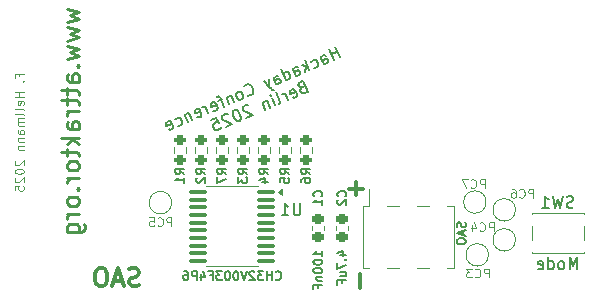
<source format=gbr>
%TF.GenerationSoftware,KiCad,Pcbnew,8.0.7*%
%TF.CreationDate,2025-01-17T18:48:29+01:00*%
%TF.ProjectId,SAO_Attraktor,53414f5f-4174-4747-9261-6b746f722e6b,rev?*%
%TF.SameCoordinates,Original*%
%TF.FileFunction,Legend,Bot*%
%TF.FilePolarity,Positive*%
%FSLAX46Y46*%
G04 Gerber Fmt 4.6, Leading zero omitted, Abs format (unit mm)*
G04 Created by KiCad (PCBNEW 8.0.7) date 2025-01-17 18:48:29*
%MOMM*%
%LPD*%
G01*
G04 APERTURE LIST*
G04 Aperture macros list*
%AMRoundRect*
0 Rectangle with rounded corners*
0 $1 Rounding radius*
0 $2 $3 $4 $5 $6 $7 $8 $9 X,Y pos of 4 corners*
0 Add a 4 corners polygon primitive as box body*
4,1,4,$2,$3,$4,$5,$6,$7,$8,$9,$2,$3,0*
0 Add four circle primitives for the rounded corners*
1,1,$1+$1,$2,$3*
1,1,$1+$1,$4,$5*
1,1,$1+$1,$6,$7*
1,1,$1+$1,$8,$9*
0 Add four rect primitives between the rounded corners*
20,1,$1+$1,$2,$3,$4,$5,0*
20,1,$1+$1,$4,$5,$6,$7,0*
20,1,$1+$1,$6,$7,$8,$9,0*
20,1,$1+$1,$8,$9,$2,$3,0*%
G04 Aperture macros list end*
%ADD10C,0.300000*%
%ADD11C,0.200000*%
%ADD12C,0.250000*%
%ADD13C,0.100000*%
%ADD14C,0.150000*%
%ADD15C,0.120000*%
%ADD16C,1.500000*%
%ADD17RoundRect,0.200000X0.275000X-0.200000X0.275000X0.200000X-0.275000X0.200000X-0.275000X-0.200000X0*%
%ADD18R,1.000000X3.150000*%
%ADD19R,1.050000X0.650000*%
%ADD20RoundRect,0.225000X-0.250000X0.225000X-0.250000X-0.225000X0.250000X-0.225000X0.250000X0.225000X0*%
%ADD21RoundRect,0.100000X0.637500X0.100000X-0.637500X0.100000X-0.637500X-0.100000X0.637500X-0.100000X0*%
G04 APERTURE END LIST*
D10*
X129615717Y-115604200D02*
X129401432Y-115675628D01*
X129401432Y-115675628D02*
X129044289Y-115675628D01*
X129044289Y-115675628D02*
X128901432Y-115604200D01*
X128901432Y-115604200D02*
X128830003Y-115532771D01*
X128830003Y-115532771D02*
X128758574Y-115389914D01*
X128758574Y-115389914D02*
X128758574Y-115247057D01*
X128758574Y-115247057D02*
X128830003Y-115104200D01*
X128830003Y-115104200D02*
X128901432Y-115032771D01*
X128901432Y-115032771D02*
X129044289Y-114961342D01*
X129044289Y-114961342D02*
X129330003Y-114889914D01*
X129330003Y-114889914D02*
X129472860Y-114818485D01*
X129472860Y-114818485D02*
X129544289Y-114747057D01*
X129544289Y-114747057D02*
X129615717Y-114604200D01*
X129615717Y-114604200D02*
X129615717Y-114461342D01*
X129615717Y-114461342D02*
X129544289Y-114318485D01*
X129544289Y-114318485D02*
X129472860Y-114247057D01*
X129472860Y-114247057D02*
X129330003Y-114175628D01*
X129330003Y-114175628D02*
X128972860Y-114175628D01*
X128972860Y-114175628D02*
X128758574Y-114247057D01*
X128187146Y-115247057D02*
X127472861Y-115247057D01*
X128330003Y-115675628D02*
X127830003Y-114175628D01*
X127830003Y-114175628D02*
X127330003Y-115675628D01*
X126544289Y-114175628D02*
X126258575Y-114175628D01*
X126258575Y-114175628D02*
X126115718Y-114247057D01*
X126115718Y-114247057D02*
X125972861Y-114389914D01*
X125972861Y-114389914D02*
X125901432Y-114675628D01*
X125901432Y-114675628D02*
X125901432Y-115175628D01*
X125901432Y-115175628D02*
X125972861Y-115461342D01*
X125972861Y-115461342D02*
X126115718Y-115604200D01*
X126115718Y-115604200D02*
X126258575Y-115675628D01*
X126258575Y-115675628D02*
X126544289Y-115675628D01*
X126544289Y-115675628D02*
X126687147Y-115604200D01*
X126687147Y-115604200D02*
X126830004Y-115461342D01*
X126830004Y-115461342D02*
X126901432Y-115175628D01*
X126901432Y-115175628D02*
X126901432Y-114675628D01*
X126901432Y-114675628D02*
X126830004Y-114389914D01*
X126830004Y-114389914D02*
X126687147Y-114247057D01*
X126687147Y-114247057D02*
X126544289Y-114175628D01*
D11*
X146607202Y-96316182D02*
X146216471Y-95395677D01*
X146402533Y-95834013D02*
X145876530Y-96057288D01*
X146081199Y-96539457D02*
X145690468Y-95618952D01*
X145248361Y-96892976D02*
X145043693Y-96410807D01*
X145043693Y-96410807D02*
X145050314Y-96304533D01*
X145050314Y-96304533D02*
X145119375Y-96223487D01*
X145119375Y-96223487D02*
X145294709Y-96149062D01*
X145294709Y-96149062D02*
X145400982Y-96155683D01*
X145229755Y-96849142D02*
X145336028Y-96855763D01*
X145336028Y-96855763D02*
X145555196Y-96762732D01*
X145555196Y-96762732D02*
X145624257Y-96681686D01*
X145624257Y-96681686D02*
X145630878Y-96575413D01*
X145630878Y-96575413D02*
X145593666Y-96487746D01*
X145593666Y-96487746D02*
X145512620Y-96418685D01*
X145512620Y-96418685D02*
X145406346Y-96412064D01*
X145406346Y-96412064D02*
X145187179Y-96505095D01*
X145187179Y-96505095D02*
X145080905Y-96498474D01*
X144396917Y-97202661D02*
X144503191Y-97209282D01*
X144503191Y-97209282D02*
X144678525Y-97134857D01*
X144678525Y-97134857D02*
X144747586Y-97053811D01*
X144747586Y-97053811D02*
X144772813Y-96991371D01*
X144772813Y-96991371D02*
X144779434Y-96885098D01*
X144779434Y-96885098D02*
X144667797Y-96622096D01*
X144667797Y-96622096D02*
X144586751Y-96553036D01*
X144586751Y-96553036D02*
X144524311Y-96527808D01*
X144524311Y-96527808D02*
X144418038Y-96521187D01*
X144418038Y-96521187D02*
X144242703Y-96595612D01*
X144242703Y-96595612D02*
X144173642Y-96676658D01*
X144021021Y-97413951D02*
X143630290Y-96493446D01*
X143784504Y-97100495D02*
X143670353Y-97562801D01*
X143409865Y-96949131D02*
X143909384Y-97150949D01*
X142881348Y-97897713D02*
X142676680Y-97415544D01*
X142676680Y-97415544D02*
X142683301Y-97309271D01*
X142683301Y-97309271D02*
X142752362Y-97228225D01*
X142752362Y-97228225D02*
X142927696Y-97153800D01*
X142927696Y-97153800D02*
X143033969Y-97160421D01*
X142862742Y-97853880D02*
X142969016Y-97860501D01*
X142969016Y-97860501D02*
X143188183Y-97767470D01*
X143188183Y-97767470D02*
X143257244Y-97686423D01*
X143257244Y-97686423D02*
X143263865Y-97580150D01*
X143263865Y-97580150D02*
X143226653Y-97492483D01*
X143226653Y-97492483D02*
X143145607Y-97423422D01*
X143145607Y-97423422D02*
X143039333Y-97416801D01*
X143039333Y-97416801D02*
X142820166Y-97509832D01*
X142820166Y-97509832D02*
X142713892Y-97503211D01*
X142048511Y-98251232D02*
X141657780Y-97330727D01*
X142029904Y-98207398D02*
X142136178Y-98214019D01*
X142136178Y-98214019D02*
X142311512Y-98139594D01*
X142311512Y-98139594D02*
X142380573Y-98058548D01*
X142380573Y-98058548D02*
X142405800Y-97996109D01*
X142405800Y-97996109D02*
X142412421Y-97889835D01*
X142412421Y-97889835D02*
X142300784Y-97626834D01*
X142300784Y-97626834D02*
X142219738Y-97557773D01*
X142219738Y-97557773D02*
X142157298Y-97532546D01*
X142157298Y-97532546D02*
X142051025Y-97525925D01*
X142051025Y-97525925D02*
X141875690Y-97600350D01*
X141875690Y-97600350D02*
X141806629Y-97681396D01*
X141215673Y-98604751D02*
X141011004Y-98122581D01*
X141011004Y-98122581D02*
X141017625Y-98016308D01*
X141017625Y-98016308D02*
X141086686Y-97935262D01*
X141086686Y-97935262D02*
X141262020Y-97860837D01*
X141262020Y-97860837D02*
X141368294Y-97867458D01*
X141197067Y-98560917D02*
X141303340Y-98567538D01*
X141303340Y-98567538D02*
X141522508Y-98474507D01*
X141522508Y-98474507D02*
X141591569Y-98393461D01*
X141591569Y-98393461D02*
X141598190Y-98287187D01*
X141598190Y-98287187D02*
X141560977Y-98199520D01*
X141560977Y-98199520D02*
X141479931Y-98130459D01*
X141479931Y-98130459D02*
X141373658Y-98123838D01*
X141373658Y-98123838D02*
X141154490Y-98216870D01*
X141154490Y-98216870D02*
X141048217Y-98210249D01*
X140604517Y-98139931D02*
X140645836Y-98846632D01*
X140166181Y-98325993D02*
X140645836Y-98846632D01*
X140645836Y-98846632D02*
X140826535Y-99028587D01*
X140826535Y-99028587D02*
X140888975Y-99053814D01*
X140888975Y-99053814D02*
X140995248Y-99060436D01*
X138811447Y-99521821D02*
X138873887Y-99547048D01*
X138873887Y-99547048D02*
X139023994Y-99535063D01*
X139023994Y-99535063D02*
X139111661Y-99497851D01*
X139111661Y-99497851D02*
X139224556Y-99398198D01*
X139224556Y-99398198D02*
X139275010Y-99273319D01*
X139275010Y-99273319D02*
X139281631Y-99167045D01*
X139281631Y-99167045D02*
X139251040Y-98973105D01*
X139251040Y-98973105D02*
X139195221Y-98841604D01*
X139195221Y-98841604D02*
X139076963Y-98684876D01*
X139076963Y-98684876D02*
X138995917Y-98615815D01*
X138995917Y-98615815D02*
X138871037Y-98565361D01*
X138871037Y-98565361D02*
X138720930Y-98577346D01*
X138720930Y-98577346D02*
X138633263Y-98614558D01*
X138633263Y-98614558D02*
X138520369Y-98714210D01*
X138520369Y-98714210D02*
X138495141Y-98776650D01*
X138322657Y-99832763D02*
X138391718Y-99751717D01*
X138391718Y-99751717D02*
X138416945Y-99689277D01*
X138416945Y-99689277D02*
X138423566Y-99583004D01*
X138423566Y-99583004D02*
X138311929Y-99320002D01*
X138311929Y-99320002D02*
X138230883Y-99250941D01*
X138230883Y-99250941D02*
X138168443Y-99225714D01*
X138168443Y-99225714D02*
X138062170Y-99219093D01*
X138062170Y-99219093D02*
X137930669Y-99274912D01*
X137930669Y-99274912D02*
X137861608Y-99355958D01*
X137861608Y-99355958D02*
X137836381Y-99418398D01*
X137836381Y-99418398D02*
X137829760Y-99524671D01*
X137829760Y-99524671D02*
X137941397Y-99787672D01*
X137941397Y-99787672D02*
X138022443Y-99856733D01*
X138022443Y-99856733D02*
X138084883Y-99881961D01*
X138084883Y-99881961D02*
X138191156Y-99888582D01*
X138191156Y-99888582D02*
X138322657Y-99832763D01*
X137360833Y-99516793D02*
X137621320Y-100130463D01*
X137398045Y-99604460D02*
X137335605Y-99579233D01*
X137335605Y-99579233D02*
X137229332Y-99572612D01*
X137229332Y-99572612D02*
X137097831Y-99628430D01*
X137097831Y-99628430D02*
X137028770Y-99709477D01*
X137028770Y-99709477D02*
X137022149Y-99815750D01*
X137022149Y-99815750D02*
X137226818Y-100297919D01*
X136659495Y-99814493D02*
X136308827Y-99963343D01*
X136788482Y-100483982D02*
X136453570Y-99694977D01*
X136453570Y-99694977D02*
X136372524Y-99625917D01*
X136372524Y-99625917D02*
X136266250Y-99619295D01*
X136266250Y-99619295D02*
X136178583Y-99656508D01*
X135893204Y-100812273D02*
X135999478Y-100818894D01*
X135999478Y-100818894D02*
X136174812Y-100744469D01*
X136174812Y-100744469D02*
X136243873Y-100663423D01*
X136243873Y-100663423D02*
X136250494Y-100557150D01*
X136250494Y-100557150D02*
X136101644Y-100206481D01*
X136101644Y-100206481D02*
X136020598Y-100137420D01*
X136020598Y-100137420D02*
X135914324Y-100130799D01*
X135914324Y-100130799D02*
X135738990Y-100205224D01*
X135738990Y-100205224D02*
X135669929Y-100286270D01*
X135669929Y-100286270D02*
X135663308Y-100392544D01*
X135663308Y-100392544D02*
X135700521Y-100480211D01*
X135700521Y-100480211D02*
X136176069Y-100381815D01*
X135473475Y-101042169D02*
X135212987Y-100428499D01*
X135287412Y-100603833D02*
X135206366Y-100534773D01*
X135206366Y-100534773D02*
X135143926Y-100509545D01*
X135143926Y-100509545D02*
X135037653Y-100502924D01*
X135037653Y-100502924D02*
X134949986Y-100540137D01*
X134534363Y-101389067D02*
X134640637Y-101395688D01*
X134640637Y-101395688D02*
X134815971Y-101321263D01*
X134815971Y-101321263D02*
X134885032Y-101240217D01*
X134885032Y-101240217D02*
X134891653Y-101133944D01*
X134891653Y-101133944D02*
X134742803Y-100783275D01*
X134742803Y-100783275D02*
X134661757Y-100714214D01*
X134661757Y-100714214D02*
X134555483Y-100707593D01*
X134555483Y-100707593D02*
X134380149Y-100782018D01*
X134380149Y-100782018D02*
X134311088Y-100863064D01*
X134311088Y-100863064D02*
X134304467Y-100969337D01*
X134304467Y-100969337D02*
X134341680Y-101057005D01*
X134341680Y-101057005D02*
X134817228Y-100958609D01*
X133854146Y-101005293D02*
X134114634Y-101618963D01*
X133891359Y-101092960D02*
X133828919Y-101067733D01*
X133828919Y-101067733D02*
X133722646Y-101061112D01*
X133722646Y-101061112D02*
X133591145Y-101116930D01*
X133591145Y-101116930D02*
X133522084Y-101197977D01*
X133522084Y-101197977D02*
X133515463Y-101304250D01*
X133515463Y-101304250D02*
X133720132Y-101786419D01*
X132868688Y-102096104D02*
X132974961Y-102102725D01*
X132974961Y-102102725D02*
X133150295Y-102028300D01*
X133150295Y-102028300D02*
X133219356Y-101947254D01*
X133219356Y-101947254D02*
X133244583Y-101884814D01*
X133244583Y-101884814D02*
X133251204Y-101778541D01*
X133251204Y-101778541D02*
X133139567Y-101515540D01*
X133139567Y-101515540D02*
X133058521Y-101446479D01*
X133058521Y-101446479D02*
X132996081Y-101421251D01*
X132996081Y-101421251D02*
X132889808Y-101414630D01*
X132889808Y-101414630D02*
X132714474Y-101489055D01*
X132714474Y-101489055D02*
X132645413Y-101570101D01*
X132123517Y-102412410D02*
X132229790Y-102419031D01*
X132229790Y-102419031D02*
X132405124Y-102344607D01*
X132405124Y-102344607D02*
X132474185Y-102263560D01*
X132474185Y-102263560D02*
X132480806Y-102157287D01*
X132480806Y-102157287D02*
X132331956Y-101806619D01*
X132331956Y-101806619D02*
X132250910Y-101737558D01*
X132250910Y-101737558D02*
X132144637Y-101730937D01*
X132144637Y-101730937D02*
X131969303Y-101805362D01*
X131969303Y-101805362D02*
X131900242Y-101886408D01*
X131900242Y-101886408D02*
X131893621Y-101992681D01*
X131893621Y-101992681D02*
X131930833Y-102080348D01*
X131930833Y-102080348D02*
X132406381Y-101981953D01*
X143393402Y-98860293D02*
X143280507Y-98959945D01*
X143280507Y-98959945D02*
X143255280Y-99022385D01*
X143255280Y-99022385D02*
X143248659Y-99128658D01*
X143248659Y-99128658D02*
X143304478Y-99260159D01*
X143304478Y-99260159D02*
X143385524Y-99329220D01*
X143385524Y-99329220D02*
X143447964Y-99354447D01*
X143447964Y-99354447D02*
X143554237Y-99361068D01*
X143554237Y-99361068D02*
X143904906Y-99212218D01*
X143904906Y-99212218D02*
X143514174Y-98291713D01*
X143514174Y-98291713D02*
X143207339Y-98421957D01*
X143207339Y-98421957D02*
X143138279Y-98503003D01*
X143138279Y-98503003D02*
X143113051Y-98565443D01*
X143113051Y-98565443D02*
X143106430Y-98671716D01*
X143106430Y-98671716D02*
X143143643Y-98759383D01*
X143143643Y-98759383D02*
X143224689Y-98828444D01*
X143224689Y-98828444D02*
X143287129Y-98853671D01*
X143287129Y-98853671D02*
X143393402Y-98860293D01*
X143393402Y-98860293D02*
X143700237Y-98730049D01*
X142615126Y-99707966D02*
X142721399Y-99714587D01*
X142721399Y-99714587D02*
X142896734Y-99640162D01*
X142896734Y-99640162D02*
X142965794Y-99559116D01*
X142965794Y-99559116D02*
X142972416Y-99452842D01*
X142972416Y-99452842D02*
X142823566Y-99102174D01*
X142823566Y-99102174D02*
X142742520Y-99033113D01*
X142742520Y-99033113D02*
X142636246Y-99026492D01*
X142636246Y-99026492D02*
X142460912Y-99100917D01*
X142460912Y-99100917D02*
X142391851Y-99181963D01*
X142391851Y-99181963D02*
X142385230Y-99288236D01*
X142385230Y-99288236D02*
X142422442Y-99375903D01*
X142422442Y-99375903D02*
X142897991Y-99277508D01*
X142195396Y-99937862D02*
X141934909Y-99324192D01*
X142009334Y-99499526D02*
X141928288Y-99430465D01*
X141928288Y-99430465D02*
X141865848Y-99405238D01*
X141865848Y-99405238D02*
X141759575Y-99398617D01*
X141759575Y-99398617D02*
X141671908Y-99435829D01*
X141494059Y-100235562D02*
X141563120Y-100154516D01*
X141563120Y-100154516D02*
X141569741Y-100048242D01*
X141569741Y-100048242D02*
X141234829Y-99259238D01*
X141143390Y-100384412D02*
X140882903Y-99770742D01*
X140752659Y-99463907D02*
X140815099Y-99489134D01*
X140815099Y-99489134D02*
X140789871Y-99551574D01*
X140789871Y-99551574D02*
X140727432Y-99526347D01*
X140727432Y-99526347D02*
X140752659Y-99463907D01*
X140752659Y-99463907D02*
X140789871Y-99551574D01*
X140444567Y-99956804D02*
X140705055Y-100570474D01*
X140481780Y-100044471D02*
X140419340Y-100019244D01*
X140419340Y-100019244D02*
X140313067Y-100012623D01*
X140313067Y-100012623D02*
X140181566Y-100068442D01*
X140181566Y-100068442D02*
X140112505Y-100149488D01*
X140112505Y-100149488D02*
X140105884Y-100255761D01*
X140105884Y-100255761D02*
X140310553Y-100737930D01*
X138861195Y-100370249D02*
X138798755Y-100345021D01*
X138798755Y-100345021D02*
X138692482Y-100338400D01*
X138692482Y-100338400D02*
X138473314Y-100431432D01*
X138473314Y-100431432D02*
X138404253Y-100512478D01*
X138404253Y-100512478D02*
X138379026Y-100574917D01*
X138379026Y-100574917D02*
X138372404Y-100681191D01*
X138372404Y-100681191D02*
X138409617Y-100768858D01*
X138409617Y-100768858D02*
X138509269Y-100881752D01*
X138509269Y-100881752D02*
X139258547Y-101184480D01*
X139258547Y-101184480D02*
X138688711Y-101426361D01*
X137728143Y-100747738D02*
X137640476Y-100784950D01*
X137640476Y-100784950D02*
X137571415Y-100865996D01*
X137571415Y-100865996D02*
X137546188Y-100928436D01*
X137546188Y-100928436D02*
X137539567Y-101034710D01*
X137539567Y-101034710D02*
X137570158Y-101228650D01*
X137570158Y-101228650D02*
X137663189Y-101447818D01*
X137663189Y-101447818D02*
X137781448Y-101604546D01*
X137781448Y-101604546D02*
X137862494Y-101673607D01*
X137862494Y-101673607D02*
X137924934Y-101698834D01*
X137924934Y-101698834D02*
X138031207Y-101705455D01*
X138031207Y-101705455D02*
X138118874Y-101668243D01*
X138118874Y-101668243D02*
X138187935Y-101587197D01*
X138187935Y-101587197D02*
X138213162Y-101524757D01*
X138213162Y-101524757D02*
X138219784Y-101418483D01*
X138219784Y-101418483D02*
X138189192Y-101224543D01*
X138189192Y-101224543D02*
X138096161Y-101005375D01*
X138096161Y-101005375D02*
X137977902Y-100848647D01*
X137977902Y-100848647D02*
X137896856Y-100779586D01*
X137896856Y-100779586D02*
X137834416Y-100754359D01*
X137834416Y-100754359D02*
X137728143Y-100747738D01*
X137107852Y-101114499D02*
X137045412Y-101089271D01*
X137045412Y-101089271D02*
X136939139Y-101082650D01*
X136939139Y-101082650D02*
X136719971Y-101175681D01*
X136719971Y-101175681D02*
X136650910Y-101256727D01*
X136650910Y-101256727D02*
X136625683Y-101319167D01*
X136625683Y-101319167D02*
X136619062Y-101425441D01*
X136619062Y-101425441D02*
X136656274Y-101513108D01*
X136656274Y-101513108D02*
X136755927Y-101626002D01*
X136755927Y-101626002D02*
X137505204Y-101928730D01*
X137505204Y-101928730D02*
X136935368Y-102170611D01*
X135711799Y-101603625D02*
X136150135Y-101417563D01*
X136150135Y-101417563D02*
X136380031Y-101837292D01*
X136380031Y-101837292D02*
X136317591Y-101812065D01*
X136317591Y-101812065D02*
X136211318Y-101805444D01*
X136211318Y-101805444D02*
X135992150Y-101898475D01*
X135992150Y-101898475D02*
X135923089Y-101979521D01*
X135923089Y-101979521D02*
X135897861Y-102041961D01*
X135897861Y-102041961D02*
X135891240Y-102148234D01*
X135891240Y-102148234D02*
X135984272Y-102367402D01*
X135984272Y-102367402D02*
X136065318Y-102436463D01*
X136065318Y-102436463D02*
X136127757Y-102461690D01*
X136127757Y-102461690D02*
X136234031Y-102468311D01*
X136234031Y-102468311D02*
X136453199Y-102375280D01*
X136453199Y-102375280D02*
X136522260Y-102294234D01*
X136522260Y-102294234D02*
X136547487Y-102231794D01*
D12*
X123517428Y-92174358D02*
X124517428Y-92460073D01*
X124517428Y-92460073D02*
X123803142Y-92745787D01*
X123803142Y-92745787D02*
X124517428Y-93031501D01*
X124517428Y-93031501D02*
X123517428Y-93317215D01*
X123517428Y-93745787D02*
X124517428Y-94031502D01*
X124517428Y-94031502D02*
X123803142Y-94317216D01*
X123803142Y-94317216D02*
X124517428Y-94602930D01*
X124517428Y-94602930D02*
X123517428Y-94888644D01*
X123517428Y-95317216D02*
X124517428Y-95602931D01*
X124517428Y-95602931D02*
X123803142Y-95888645D01*
X123803142Y-95888645D02*
X124517428Y-96174359D01*
X124517428Y-96174359D02*
X123517428Y-96460073D01*
X124374571Y-97031502D02*
X124446000Y-97102931D01*
X124446000Y-97102931D02*
X124517428Y-97031502D01*
X124517428Y-97031502D02*
X124446000Y-96960074D01*
X124446000Y-96960074D02*
X124374571Y-97031502D01*
X124374571Y-97031502D02*
X124517428Y-97031502D01*
X124517428Y-98388646D02*
X123731714Y-98388646D01*
X123731714Y-98388646D02*
X123588857Y-98317217D01*
X123588857Y-98317217D02*
X123517428Y-98174360D01*
X123517428Y-98174360D02*
X123517428Y-97888646D01*
X123517428Y-97888646D02*
X123588857Y-97745788D01*
X124446000Y-98388646D02*
X124517428Y-98245788D01*
X124517428Y-98245788D02*
X124517428Y-97888646D01*
X124517428Y-97888646D02*
X124446000Y-97745788D01*
X124446000Y-97745788D02*
X124303142Y-97674360D01*
X124303142Y-97674360D02*
X124160285Y-97674360D01*
X124160285Y-97674360D02*
X124017428Y-97745788D01*
X124017428Y-97745788D02*
X123946000Y-97888646D01*
X123946000Y-97888646D02*
X123946000Y-98245788D01*
X123946000Y-98245788D02*
X123874571Y-98388646D01*
X123517428Y-98888646D02*
X123517428Y-99460074D01*
X123017428Y-99102931D02*
X124303142Y-99102931D01*
X124303142Y-99102931D02*
X124446000Y-99174360D01*
X124446000Y-99174360D02*
X124517428Y-99317217D01*
X124517428Y-99317217D02*
X124517428Y-99460074D01*
X123517428Y-99745789D02*
X123517428Y-100317217D01*
X123017428Y-99960074D02*
X124303142Y-99960074D01*
X124303142Y-99960074D02*
X124446000Y-100031503D01*
X124446000Y-100031503D02*
X124517428Y-100174360D01*
X124517428Y-100174360D02*
X124517428Y-100317217D01*
X124517428Y-100817217D02*
X123517428Y-100817217D01*
X123803142Y-100817217D02*
X123660285Y-100888646D01*
X123660285Y-100888646D02*
X123588857Y-100960075D01*
X123588857Y-100960075D02*
X123517428Y-101102932D01*
X123517428Y-101102932D02*
X123517428Y-101245789D01*
X124517428Y-102388646D02*
X123731714Y-102388646D01*
X123731714Y-102388646D02*
X123588857Y-102317217D01*
X123588857Y-102317217D02*
X123517428Y-102174360D01*
X123517428Y-102174360D02*
X123517428Y-101888646D01*
X123517428Y-101888646D02*
X123588857Y-101745788D01*
X124446000Y-102388646D02*
X124517428Y-102245788D01*
X124517428Y-102245788D02*
X124517428Y-101888646D01*
X124517428Y-101888646D02*
X124446000Y-101745788D01*
X124446000Y-101745788D02*
X124303142Y-101674360D01*
X124303142Y-101674360D02*
X124160285Y-101674360D01*
X124160285Y-101674360D02*
X124017428Y-101745788D01*
X124017428Y-101745788D02*
X123946000Y-101888646D01*
X123946000Y-101888646D02*
X123946000Y-102245788D01*
X123946000Y-102245788D02*
X123874571Y-102388646D01*
X124517428Y-103102931D02*
X123017428Y-103102931D01*
X123946000Y-103245789D02*
X124517428Y-103674360D01*
X123517428Y-103674360D02*
X124088857Y-103102931D01*
X123517428Y-104102932D02*
X123517428Y-104674360D01*
X123017428Y-104317217D02*
X124303142Y-104317217D01*
X124303142Y-104317217D02*
X124446000Y-104388646D01*
X124446000Y-104388646D02*
X124517428Y-104531503D01*
X124517428Y-104531503D02*
X124517428Y-104674360D01*
X124517428Y-105388646D02*
X124446000Y-105245789D01*
X124446000Y-105245789D02*
X124374571Y-105174360D01*
X124374571Y-105174360D02*
X124231714Y-105102932D01*
X124231714Y-105102932D02*
X123803142Y-105102932D01*
X123803142Y-105102932D02*
X123660285Y-105174360D01*
X123660285Y-105174360D02*
X123588857Y-105245789D01*
X123588857Y-105245789D02*
X123517428Y-105388646D01*
X123517428Y-105388646D02*
X123517428Y-105602932D01*
X123517428Y-105602932D02*
X123588857Y-105745789D01*
X123588857Y-105745789D02*
X123660285Y-105817218D01*
X123660285Y-105817218D02*
X123803142Y-105888646D01*
X123803142Y-105888646D02*
X124231714Y-105888646D01*
X124231714Y-105888646D02*
X124374571Y-105817218D01*
X124374571Y-105817218D02*
X124446000Y-105745789D01*
X124446000Y-105745789D02*
X124517428Y-105602932D01*
X124517428Y-105602932D02*
X124517428Y-105388646D01*
X124517428Y-106531503D02*
X123517428Y-106531503D01*
X123803142Y-106531503D02*
X123660285Y-106602932D01*
X123660285Y-106602932D02*
X123588857Y-106674361D01*
X123588857Y-106674361D02*
X123517428Y-106817218D01*
X123517428Y-106817218D02*
X123517428Y-106960075D01*
X124374571Y-107460074D02*
X124446000Y-107531503D01*
X124446000Y-107531503D02*
X124517428Y-107460074D01*
X124517428Y-107460074D02*
X124446000Y-107388646D01*
X124446000Y-107388646D02*
X124374571Y-107460074D01*
X124374571Y-107460074D02*
X124517428Y-107460074D01*
X124517428Y-108388646D02*
X124446000Y-108245789D01*
X124446000Y-108245789D02*
X124374571Y-108174360D01*
X124374571Y-108174360D02*
X124231714Y-108102932D01*
X124231714Y-108102932D02*
X123803142Y-108102932D01*
X123803142Y-108102932D02*
X123660285Y-108174360D01*
X123660285Y-108174360D02*
X123588857Y-108245789D01*
X123588857Y-108245789D02*
X123517428Y-108388646D01*
X123517428Y-108388646D02*
X123517428Y-108602932D01*
X123517428Y-108602932D02*
X123588857Y-108745789D01*
X123588857Y-108745789D02*
X123660285Y-108817218D01*
X123660285Y-108817218D02*
X123803142Y-108888646D01*
X123803142Y-108888646D02*
X124231714Y-108888646D01*
X124231714Y-108888646D02*
X124374571Y-108817218D01*
X124374571Y-108817218D02*
X124446000Y-108745789D01*
X124446000Y-108745789D02*
X124517428Y-108602932D01*
X124517428Y-108602932D02*
X124517428Y-108388646D01*
X124517428Y-109531503D02*
X123517428Y-109531503D01*
X123803142Y-109531503D02*
X123660285Y-109602932D01*
X123660285Y-109602932D02*
X123588857Y-109674361D01*
X123588857Y-109674361D02*
X123517428Y-109817218D01*
X123517428Y-109817218D02*
X123517428Y-109960075D01*
X123517428Y-111102932D02*
X124731714Y-111102932D01*
X124731714Y-111102932D02*
X124874571Y-111031503D01*
X124874571Y-111031503D02*
X124946000Y-110960074D01*
X124946000Y-110960074D02*
X125017428Y-110817217D01*
X125017428Y-110817217D02*
X125017428Y-110602932D01*
X125017428Y-110602932D02*
X124946000Y-110460074D01*
X124446000Y-111102932D02*
X124517428Y-110960074D01*
X124517428Y-110960074D02*
X124517428Y-110674360D01*
X124517428Y-110674360D02*
X124446000Y-110531503D01*
X124446000Y-110531503D02*
X124374571Y-110460074D01*
X124374571Y-110460074D02*
X124231714Y-110388646D01*
X124231714Y-110388646D02*
X123803142Y-110388646D01*
X123803142Y-110388646D02*
X123660285Y-110460074D01*
X123660285Y-110460074D02*
X123588857Y-110531503D01*
X123588857Y-110531503D02*
X123517428Y-110674360D01*
X123517428Y-110674360D02*
X123517428Y-110960074D01*
X123517428Y-110960074D02*
X123588857Y-111102932D01*
D10*
X148329400Y-114660510D02*
X148329400Y-115803368D01*
D13*
X119448957Y-97928760D02*
X119448957Y-97678760D01*
X119841814Y-97678760D02*
X119091814Y-97678760D01*
X119091814Y-97678760D02*
X119091814Y-98035903D01*
X119770385Y-98321617D02*
X119806100Y-98357331D01*
X119806100Y-98357331D02*
X119841814Y-98321617D01*
X119841814Y-98321617D02*
X119806100Y-98285903D01*
X119806100Y-98285903D02*
X119770385Y-98321617D01*
X119770385Y-98321617D02*
X119841814Y-98321617D01*
X119841814Y-99250189D02*
X119091814Y-99250189D01*
X119448957Y-99250189D02*
X119448957Y-99678760D01*
X119841814Y-99678760D02*
X119091814Y-99678760D01*
X119806100Y-100321617D02*
X119841814Y-100250189D01*
X119841814Y-100250189D02*
X119841814Y-100107332D01*
X119841814Y-100107332D02*
X119806100Y-100035903D01*
X119806100Y-100035903D02*
X119734671Y-100000189D01*
X119734671Y-100000189D02*
X119448957Y-100000189D01*
X119448957Y-100000189D02*
X119377528Y-100035903D01*
X119377528Y-100035903D02*
X119341814Y-100107332D01*
X119341814Y-100107332D02*
X119341814Y-100250189D01*
X119341814Y-100250189D02*
X119377528Y-100321617D01*
X119377528Y-100321617D02*
X119448957Y-100357332D01*
X119448957Y-100357332D02*
X119520385Y-100357332D01*
X119520385Y-100357332D02*
X119591814Y-100000189D01*
X119841814Y-100785903D02*
X119806100Y-100714474D01*
X119806100Y-100714474D02*
X119734671Y-100678760D01*
X119734671Y-100678760D02*
X119091814Y-100678760D01*
X119841814Y-101178760D02*
X119806100Y-101107331D01*
X119806100Y-101107331D02*
X119734671Y-101071617D01*
X119734671Y-101071617D02*
X119091814Y-101071617D01*
X119841814Y-101464474D02*
X119341814Y-101464474D01*
X119413242Y-101464474D02*
X119377528Y-101500188D01*
X119377528Y-101500188D02*
X119341814Y-101571617D01*
X119341814Y-101571617D02*
X119341814Y-101678760D01*
X119341814Y-101678760D02*
X119377528Y-101750188D01*
X119377528Y-101750188D02*
X119448957Y-101785903D01*
X119448957Y-101785903D02*
X119841814Y-101785903D01*
X119448957Y-101785903D02*
X119377528Y-101821617D01*
X119377528Y-101821617D02*
X119341814Y-101893045D01*
X119341814Y-101893045D02*
X119341814Y-102000188D01*
X119341814Y-102000188D02*
X119377528Y-102071617D01*
X119377528Y-102071617D02*
X119448957Y-102107331D01*
X119448957Y-102107331D02*
X119841814Y-102107331D01*
X119841814Y-102785903D02*
X119448957Y-102785903D01*
X119448957Y-102785903D02*
X119377528Y-102750188D01*
X119377528Y-102750188D02*
X119341814Y-102678760D01*
X119341814Y-102678760D02*
X119341814Y-102535903D01*
X119341814Y-102535903D02*
X119377528Y-102464474D01*
X119806100Y-102785903D02*
X119841814Y-102714474D01*
X119841814Y-102714474D02*
X119841814Y-102535903D01*
X119841814Y-102535903D02*
X119806100Y-102464474D01*
X119806100Y-102464474D02*
X119734671Y-102428760D01*
X119734671Y-102428760D02*
X119663242Y-102428760D01*
X119663242Y-102428760D02*
X119591814Y-102464474D01*
X119591814Y-102464474D02*
X119556100Y-102535903D01*
X119556100Y-102535903D02*
X119556100Y-102714474D01*
X119556100Y-102714474D02*
X119520385Y-102785903D01*
X119341814Y-103143045D02*
X119841814Y-103143045D01*
X119413242Y-103143045D02*
X119377528Y-103178759D01*
X119377528Y-103178759D02*
X119341814Y-103250188D01*
X119341814Y-103250188D02*
X119341814Y-103357331D01*
X119341814Y-103357331D02*
X119377528Y-103428759D01*
X119377528Y-103428759D02*
X119448957Y-103464474D01*
X119448957Y-103464474D02*
X119841814Y-103464474D01*
X119341814Y-103821616D02*
X119841814Y-103821616D01*
X119413242Y-103821616D02*
X119377528Y-103857330D01*
X119377528Y-103857330D02*
X119341814Y-103928759D01*
X119341814Y-103928759D02*
X119341814Y-104035902D01*
X119341814Y-104035902D02*
X119377528Y-104107330D01*
X119377528Y-104107330D02*
X119448957Y-104143045D01*
X119448957Y-104143045D02*
X119841814Y-104143045D01*
X119163242Y-105035902D02*
X119127528Y-105071616D01*
X119127528Y-105071616D02*
X119091814Y-105143045D01*
X119091814Y-105143045D02*
X119091814Y-105321616D01*
X119091814Y-105321616D02*
X119127528Y-105393045D01*
X119127528Y-105393045D02*
X119163242Y-105428759D01*
X119163242Y-105428759D02*
X119234671Y-105464473D01*
X119234671Y-105464473D02*
X119306100Y-105464473D01*
X119306100Y-105464473D02*
X119413242Y-105428759D01*
X119413242Y-105428759D02*
X119841814Y-105000187D01*
X119841814Y-105000187D02*
X119841814Y-105464473D01*
X119091814Y-105928759D02*
X119091814Y-106000188D01*
X119091814Y-106000188D02*
X119127528Y-106071616D01*
X119127528Y-106071616D02*
X119163242Y-106107331D01*
X119163242Y-106107331D02*
X119234671Y-106143045D01*
X119234671Y-106143045D02*
X119377528Y-106178759D01*
X119377528Y-106178759D02*
X119556100Y-106178759D01*
X119556100Y-106178759D02*
X119698957Y-106143045D01*
X119698957Y-106143045D02*
X119770385Y-106107331D01*
X119770385Y-106107331D02*
X119806100Y-106071616D01*
X119806100Y-106071616D02*
X119841814Y-106000188D01*
X119841814Y-106000188D02*
X119841814Y-105928759D01*
X119841814Y-105928759D02*
X119806100Y-105857331D01*
X119806100Y-105857331D02*
X119770385Y-105821616D01*
X119770385Y-105821616D02*
X119698957Y-105785902D01*
X119698957Y-105785902D02*
X119556100Y-105750188D01*
X119556100Y-105750188D02*
X119377528Y-105750188D01*
X119377528Y-105750188D02*
X119234671Y-105785902D01*
X119234671Y-105785902D02*
X119163242Y-105821616D01*
X119163242Y-105821616D02*
X119127528Y-105857331D01*
X119127528Y-105857331D02*
X119091814Y-105928759D01*
X119163242Y-106464474D02*
X119127528Y-106500188D01*
X119127528Y-106500188D02*
X119091814Y-106571617D01*
X119091814Y-106571617D02*
X119091814Y-106750188D01*
X119091814Y-106750188D02*
X119127528Y-106821617D01*
X119127528Y-106821617D02*
X119163242Y-106857331D01*
X119163242Y-106857331D02*
X119234671Y-106893045D01*
X119234671Y-106893045D02*
X119306100Y-106893045D01*
X119306100Y-106893045D02*
X119413242Y-106857331D01*
X119413242Y-106857331D02*
X119841814Y-106428759D01*
X119841814Y-106428759D02*
X119841814Y-106893045D01*
X119091814Y-107571617D02*
X119091814Y-107214474D01*
X119091814Y-107214474D02*
X119448957Y-107178760D01*
X119448957Y-107178760D02*
X119413242Y-107214474D01*
X119413242Y-107214474D02*
X119377528Y-107285903D01*
X119377528Y-107285903D02*
X119377528Y-107464474D01*
X119377528Y-107464474D02*
X119413242Y-107535903D01*
X119413242Y-107535903D02*
X119448957Y-107571617D01*
X119448957Y-107571617D02*
X119520385Y-107607331D01*
X119520385Y-107607331D02*
X119698957Y-107607331D01*
X119698957Y-107607331D02*
X119770385Y-107571617D01*
X119770385Y-107571617D02*
X119806100Y-107535903D01*
X119806100Y-107535903D02*
X119841814Y-107464474D01*
X119841814Y-107464474D02*
X119841814Y-107285903D01*
X119841814Y-107285903D02*
X119806100Y-107214474D01*
X119806100Y-107214474D02*
X119770385Y-107178760D01*
D10*
X148543489Y-107433400D02*
X147400632Y-107433400D01*
X147972060Y-108004828D02*
X147972060Y-106861971D01*
D13*
X158865771Y-107377364D02*
X158865771Y-106627364D01*
X158865771Y-106627364D02*
X158580057Y-106627364D01*
X158580057Y-106627364D02*
X158508628Y-106663078D01*
X158508628Y-106663078D02*
X158472914Y-106698792D01*
X158472914Y-106698792D02*
X158437200Y-106770221D01*
X158437200Y-106770221D02*
X158437200Y-106877364D01*
X158437200Y-106877364D02*
X158472914Y-106948792D01*
X158472914Y-106948792D02*
X158508628Y-106984507D01*
X158508628Y-106984507D02*
X158580057Y-107020221D01*
X158580057Y-107020221D02*
X158865771Y-107020221D01*
X157687200Y-107305935D02*
X157722914Y-107341650D01*
X157722914Y-107341650D02*
X157830057Y-107377364D01*
X157830057Y-107377364D02*
X157901485Y-107377364D01*
X157901485Y-107377364D02*
X158008628Y-107341650D01*
X158008628Y-107341650D02*
X158080057Y-107270221D01*
X158080057Y-107270221D02*
X158115771Y-107198792D01*
X158115771Y-107198792D02*
X158151485Y-107055935D01*
X158151485Y-107055935D02*
X158151485Y-106948792D01*
X158151485Y-106948792D02*
X158115771Y-106805935D01*
X158115771Y-106805935D02*
X158080057Y-106734507D01*
X158080057Y-106734507D02*
X158008628Y-106663078D01*
X158008628Y-106663078D02*
X157901485Y-106627364D01*
X157901485Y-106627364D02*
X157830057Y-106627364D01*
X157830057Y-106627364D02*
X157722914Y-106663078D01*
X157722914Y-106663078D02*
X157687200Y-106698792D01*
X157437200Y-106627364D02*
X156937200Y-106627364D01*
X156937200Y-106627364D02*
X157258628Y-107377364D01*
X162980571Y-108190164D02*
X162980571Y-107440164D01*
X162980571Y-107440164D02*
X162694857Y-107440164D01*
X162694857Y-107440164D02*
X162623428Y-107475878D01*
X162623428Y-107475878D02*
X162587714Y-107511592D01*
X162587714Y-107511592D02*
X162552000Y-107583021D01*
X162552000Y-107583021D02*
X162552000Y-107690164D01*
X162552000Y-107690164D02*
X162587714Y-107761592D01*
X162587714Y-107761592D02*
X162623428Y-107797307D01*
X162623428Y-107797307D02*
X162694857Y-107833021D01*
X162694857Y-107833021D02*
X162980571Y-107833021D01*
X161802000Y-108118735D02*
X161837714Y-108154450D01*
X161837714Y-108154450D02*
X161944857Y-108190164D01*
X161944857Y-108190164D02*
X162016285Y-108190164D01*
X162016285Y-108190164D02*
X162123428Y-108154450D01*
X162123428Y-108154450D02*
X162194857Y-108083021D01*
X162194857Y-108083021D02*
X162230571Y-108011592D01*
X162230571Y-108011592D02*
X162266285Y-107868735D01*
X162266285Y-107868735D02*
X162266285Y-107761592D01*
X162266285Y-107761592D02*
X162230571Y-107618735D01*
X162230571Y-107618735D02*
X162194857Y-107547307D01*
X162194857Y-107547307D02*
X162123428Y-107475878D01*
X162123428Y-107475878D02*
X162016285Y-107440164D01*
X162016285Y-107440164D02*
X161944857Y-107440164D01*
X161944857Y-107440164D02*
X161837714Y-107475878D01*
X161837714Y-107475878D02*
X161802000Y-107511592D01*
X161159143Y-107440164D02*
X161302000Y-107440164D01*
X161302000Y-107440164D02*
X161373428Y-107475878D01*
X161373428Y-107475878D02*
X161409143Y-107511592D01*
X161409143Y-107511592D02*
X161480571Y-107618735D01*
X161480571Y-107618735D02*
X161516285Y-107761592D01*
X161516285Y-107761592D02*
X161516285Y-108047307D01*
X161516285Y-108047307D02*
X161480571Y-108118735D01*
X161480571Y-108118735D02*
X161444857Y-108154450D01*
X161444857Y-108154450D02*
X161373428Y-108190164D01*
X161373428Y-108190164D02*
X161230571Y-108190164D01*
X161230571Y-108190164D02*
X161159143Y-108154450D01*
X161159143Y-108154450D02*
X161123428Y-108118735D01*
X161123428Y-108118735D02*
X161087714Y-108047307D01*
X161087714Y-108047307D02*
X161087714Y-107868735D01*
X161087714Y-107868735D02*
X161123428Y-107797307D01*
X161123428Y-107797307D02*
X161159143Y-107761592D01*
X161159143Y-107761592D02*
X161230571Y-107725878D01*
X161230571Y-107725878D02*
X161373428Y-107725878D01*
X161373428Y-107725878D02*
X161444857Y-107761592D01*
X161444857Y-107761592D02*
X161480571Y-107797307D01*
X161480571Y-107797307D02*
X161516285Y-107868735D01*
X159627771Y-111034964D02*
X159627771Y-110284964D01*
X159627771Y-110284964D02*
X159342057Y-110284964D01*
X159342057Y-110284964D02*
X159270628Y-110320678D01*
X159270628Y-110320678D02*
X159234914Y-110356392D01*
X159234914Y-110356392D02*
X159199200Y-110427821D01*
X159199200Y-110427821D02*
X159199200Y-110534964D01*
X159199200Y-110534964D02*
X159234914Y-110606392D01*
X159234914Y-110606392D02*
X159270628Y-110642107D01*
X159270628Y-110642107D02*
X159342057Y-110677821D01*
X159342057Y-110677821D02*
X159627771Y-110677821D01*
X158449200Y-110963535D02*
X158484914Y-110999250D01*
X158484914Y-110999250D02*
X158592057Y-111034964D01*
X158592057Y-111034964D02*
X158663485Y-111034964D01*
X158663485Y-111034964D02*
X158770628Y-110999250D01*
X158770628Y-110999250D02*
X158842057Y-110927821D01*
X158842057Y-110927821D02*
X158877771Y-110856392D01*
X158877771Y-110856392D02*
X158913485Y-110713535D01*
X158913485Y-110713535D02*
X158913485Y-110606392D01*
X158913485Y-110606392D02*
X158877771Y-110463535D01*
X158877771Y-110463535D02*
X158842057Y-110392107D01*
X158842057Y-110392107D02*
X158770628Y-110320678D01*
X158770628Y-110320678D02*
X158663485Y-110284964D01*
X158663485Y-110284964D02*
X158592057Y-110284964D01*
X158592057Y-110284964D02*
X158484914Y-110320678D01*
X158484914Y-110320678D02*
X158449200Y-110356392D01*
X157806343Y-110534964D02*
X157806343Y-111034964D01*
X157984914Y-110249250D02*
X158163485Y-110784964D01*
X158163485Y-110784964D02*
X157699200Y-110784964D01*
X159221371Y-114946564D02*
X159221371Y-114196564D01*
X159221371Y-114196564D02*
X158935657Y-114196564D01*
X158935657Y-114196564D02*
X158864228Y-114232278D01*
X158864228Y-114232278D02*
X158828514Y-114267992D01*
X158828514Y-114267992D02*
X158792800Y-114339421D01*
X158792800Y-114339421D02*
X158792800Y-114446564D01*
X158792800Y-114446564D02*
X158828514Y-114517992D01*
X158828514Y-114517992D02*
X158864228Y-114553707D01*
X158864228Y-114553707D02*
X158935657Y-114589421D01*
X158935657Y-114589421D02*
X159221371Y-114589421D01*
X158042800Y-114875135D02*
X158078514Y-114910850D01*
X158078514Y-114910850D02*
X158185657Y-114946564D01*
X158185657Y-114946564D02*
X158257085Y-114946564D01*
X158257085Y-114946564D02*
X158364228Y-114910850D01*
X158364228Y-114910850D02*
X158435657Y-114839421D01*
X158435657Y-114839421D02*
X158471371Y-114767992D01*
X158471371Y-114767992D02*
X158507085Y-114625135D01*
X158507085Y-114625135D02*
X158507085Y-114517992D01*
X158507085Y-114517992D02*
X158471371Y-114375135D01*
X158471371Y-114375135D02*
X158435657Y-114303707D01*
X158435657Y-114303707D02*
X158364228Y-114232278D01*
X158364228Y-114232278D02*
X158257085Y-114196564D01*
X158257085Y-114196564D02*
X158185657Y-114196564D01*
X158185657Y-114196564D02*
X158078514Y-114232278D01*
X158078514Y-114232278D02*
X158042800Y-114267992D01*
X157792800Y-114196564D02*
X157328514Y-114196564D01*
X157328514Y-114196564D02*
X157578514Y-114482278D01*
X157578514Y-114482278D02*
X157471371Y-114482278D01*
X157471371Y-114482278D02*
X157399943Y-114517992D01*
X157399943Y-114517992D02*
X157364228Y-114553707D01*
X157364228Y-114553707D02*
X157328514Y-114625135D01*
X157328514Y-114625135D02*
X157328514Y-114803707D01*
X157328514Y-114803707D02*
X157364228Y-114875135D01*
X157364228Y-114875135D02*
X157399943Y-114910850D01*
X157399943Y-114910850D02*
X157471371Y-114946564D01*
X157471371Y-114946564D02*
X157685657Y-114946564D01*
X157685657Y-114946564D02*
X157757085Y-114910850D01*
X157757085Y-114910850D02*
X157792800Y-114875135D01*
D14*
X138769164Y-106199399D02*
X138412021Y-105949399D01*
X138769164Y-105770828D02*
X138019164Y-105770828D01*
X138019164Y-105770828D02*
X138019164Y-106056542D01*
X138019164Y-106056542D02*
X138054878Y-106127971D01*
X138054878Y-106127971D02*
X138090592Y-106163685D01*
X138090592Y-106163685D02*
X138162021Y-106199399D01*
X138162021Y-106199399D02*
X138269164Y-106199399D01*
X138269164Y-106199399D02*
X138340592Y-106163685D01*
X138340592Y-106163685D02*
X138376307Y-106127971D01*
X138376307Y-106127971D02*
X138412021Y-106056542D01*
X138412021Y-106056542D02*
X138412021Y-105770828D01*
X138019164Y-106449399D02*
X138019164Y-106913685D01*
X138019164Y-106913685D02*
X138304878Y-106663685D01*
X138304878Y-106663685D02*
X138304878Y-106770828D01*
X138304878Y-106770828D02*
X138340592Y-106842257D01*
X138340592Y-106842257D02*
X138376307Y-106877971D01*
X138376307Y-106877971D02*
X138447735Y-106913685D01*
X138447735Y-106913685D02*
X138626307Y-106913685D01*
X138626307Y-106913685D02*
X138697735Y-106877971D01*
X138697735Y-106877971D02*
X138733450Y-106842257D01*
X138733450Y-106842257D02*
X138769164Y-106770828D01*
X138769164Y-106770828D02*
X138769164Y-106556542D01*
X138769164Y-106556542D02*
X138733450Y-106485114D01*
X138733450Y-106485114D02*
X138697735Y-106449399D01*
X157224650Y-110272629D02*
X157260364Y-110379772D01*
X157260364Y-110379772D02*
X157260364Y-110558343D01*
X157260364Y-110558343D02*
X157224650Y-110629772D01*
X157224650Y-110629772D02*
X157188935Y-110665486D01*
X157188935Y-110665486D02*
X157117507Y-110701200D01*
X157117507Y-110701200D02*
X157046078Y-110701200D01*
X157046078Y-110701200D02*
X156974650Y-110665486D01*
X156974650Y-110665486D02*
X156938935Y-110629772D01*
X156938935Y-110629772D02*
X156903221Y-110558343D01*
X156903221Y-110558343D02*
X156867507Y-110415486D01*
X156867507Y-110415486D02*
X156831792Y-110344057D01*
X156831792Y-110344057D02*
X156796078Y-110308343D01*
X156796078Y-110308343D02*
X156724650Y-110272629D01*
X156724650Y-110272629D02*
X156653221Y-110272629D01*
X156653221Y-110272629D02*
X156581792Y-110308343D01*
X156581792Y-110308343D02*
X156546078Y-110344057D01*
X156546078Y-110344057D02*
X156510364Y-110415486D01*
X156510364Y-110415486D02*
X156510364Y-110594057D01*
X156510364Y-110594057D02*
X156546078Y-110701200D01*
X157046078Y-110986915D02*
X157046078Y-111344058D01*
X157260364Y-110915486D02*
X156510364Y-111165486D01*
X156510364Y-111165486D02*
X157260364Y-111415486D01*
X156510364Y-111808343D02*
X156510364Y-111951200D01*
X156510364Y-111951200D02*
X156546078Y-112022629D01*
X156546078Y-112022629D02*
X156617507Y-112094057D01*
X156617507Y-112094057D02*
X156760364Y-112129772D01*
X156760364Y-112129772D02*
X157010364Y-112129772D01*
X157010364Y-112129772D02*
X157153221Y-112094057D01*
X157153221Y-112094057D02*
X157224650Y-112022629D01*
X157224650Y-112022629D02*
X157260364Y-111951200D01*
X157260364Y-111951200D02*
X157260364Y-111808343D01*
X157260364Y-111808343D02*
X157224650Y-111736915D01*
X157224650Y-111736915D02*
X157153221Y-111665486D01*
X157153221Y-111665486D02*
X157010364Y-111629772D01*
X157010364Y-111629772D02*
X156760364Y-111629772D01*
X156760364Y-111629772D02*
X156617507Y-111665486D01*
X156617507Y-111665486D02*
X156546078Y-111736915D01*
X156546078Y-111736915D02*
X156510364Y-111808343D01*
X133435164Y-106199399D02*
X133078021Y-105949399D01*
X133435164Y-105770828D02*
X132685164Y-105770828D01*
X132685164Y-105770828D02*
X132685164Y-106056542D01*
X132685164Y-106056542D02*
X132720878Y-106127971D01*
X132720878Y-106127971D02*
X132756592Y-106163685D01*
X132756592Y-106163685D02*
X132828021Y-106199399D01*
X132828021Y-106199399D02*
X132935164Y-106199399D01*
X132935164Y-106199399D02*
X133006592Y-106163685D01*
X133006592Y-106163685D02*
X133042307Y-106127971D01*
X133042307Y-106127971D02*
X133078021Y-106056542D01*
X133078021Y-106056542D02*
X133078021Y-105770828D01*
X133435164Y-106913685D02*
X133435164Y-106485114D01*
X133435164Y-106699399D02*
X132685164Y-106699399D01*
X132685164Y-106699399D02*
X132792307Y-106627971D01*
X132792307Y-106627971D02*
X132863735Y-106556542D01*
X132863735Y-106556542D02*
X132899450Y-106485114D01*
X166390332Y-109000200D02*
X166247475Y-109047819D01*
X166247475Y-109047819D02*
X166009380Y-109047819D01*
X166009380Y-109047819D02*
X165914142Y-109000200D01*
X165914142Y-109000200D02*
X165866523Y-108952580D01*
X165866523Y-108952580D02*
X165818904Y-108857342D01*
X165818904Y-108857342D02*
X165818904Y-108762104D01*
X165818904Y-108762104D02*
X165866523Y-108666866D01*
X165866523Y-108666866D02*
X165914142Y-108619247D01*
X165914142Y-108619247D02*
X166009380Y-108571628D01*
X166009380Y-108571628D02*
X166199856Y-108524009D01*
X166199856Y-108524009D02*
X166295094Y-108476390D01*
X166295094Y-108476390D02*
X166342713Y-108428771D01*
X166342713Y-108428771D02*
X166390332Y-108333533D01*
X166390332Y-108333533D02*
X166390332Y-108238295D01*
X166390332Y-108238295D02*
X166342713Y-108143057D01*
X166342713Y-108143057D02*
X166295094Y-108095438D01*
X166295094Y-108095438D02*
X166199856Y-108047819D01*
X166199856Y-108047819D02*
X165961761Y-108047819D01*
X165961761Y-108047819D02*
X165818904Y-108095438D01*
X165485570Y-108047819D02*
X165247475Y-109047819D01*
X165247475Y-109047819D02*
X165056999Y-108333533D01*
X165056999Y-108333533D02*
X164866523Y-109047819D01*
X164866523Y-109047819D02*
X164628428Y-108047819D01*
X163723666Y-109047819D02*
X164295094Y-109047819D01*
X164009380Y-109047819D02*
X164009380Y-108047819D01*
X164009380Y-108047819D02*
X164104618Y-108190676D01*
X164104618Y-108190676D02*
X164199856Y-108285914D01*
X164199856Y-108285914D02*
X164295094Y-108333533D01*
X166723666Y-114247819D02*
X166723666Y-113247819D01*
X166723666Y-113247819D02*
X166390333Y-113962104D01*
X166390333Y-113962104D02*
X166057000Y-113247819D01*
X166057000Y-113247819D02*
X166057000Y-114247819D01*
X165437952Y-114247819D02*
X165533190Y-114200200D01*
X165533190Y-114200200D02*
X165580809Y-114152580D01*
X165580809Y-114152580D02*
X165628428Y-114057342D01*
X165628428Y-114057342D02*
X165628428Y-113771628D01*
X165628428Y-113771628D02*
X165580809Y-113676390D01*
X165580809Y-113676390D02*
X165533190Y-113628771D01*
X165533190Y-113628771D02*
X165437952Y-113581152D01*
X165437952Y-113581152D02*
X165295095Y-113581152D01*
X165295095Y-113581152D02*
X165199857Y-113628771D01*
X165199857Y-113628771D02*
X165152238Y-113676390D01*
X165152238Y-113676390D02*
X165104619Y-113771628D01*
X165104619Y-113771628D02*
X165104619Y-114057342D01*
X165104619Y-114057342D02*
X165152238Y-114152580D01*
X165152238Y-114152580D02*
X165199857Y-114200200D01*
X165199857Y-114200200D02*
X165295095Y-114247819D01*
X165295095Y-114247819D02*
X165437952Y-114247819D01*
X164247476Y-114247819D02*
X164247476Y-113247819D01*
X164247476Y-114200200D02*
X164342714Y-114247819D01*
X164342714Y-114247819D02*
X164533190Y-114247819D01*
X164533190Y-114247819D02*
X164628428Y-114200200D01*
X164628428Y-114200200D02*
X164676047Y-114152580D01*
X164676047Y-114152580D02*
X164723666Y-114057342D01*
X164723666Y-114057342D02*
X164723666Y-113771628D01*
X164723666Y-113771628D02*
X164676047Y-113676390D01*
X164676047Y-113676390D02*
X164628428Y-113628771D01*
X164628428Y-113628771D02*
X164533190Y-113581152D01*
X164533190Y-113581152D02*
X164342714Y-113581152D01*
X164342714Y-113581152D02*
X164247476Y-113628771D01*
X163390333Y-114200200D02*
X163485571Y-114247819D01*
X163485571Y-114247819D02*
X163676047Y-114247819D01*
X163676047Y-114247819D02*
X163771285Y-114200200D01*
X163771285Y-114200200D02*
X163818904Y-114104961D01*
X163818904Y-114104961D02*
X163818904Y-113724009D01*
X163818904Y-113724009D02*
X163771285Y-113628771D01*
X163771285Y-113628771D02*
X163676047Y-113581152D01*
X163676047Y-113581152D02*
X163485571Y-113581152D01*
X163485571Y-113581152D02*
X163390333Y-113628771D01*
X163390333Y-113628771D02*
X163342714Y-113724009D01*
X163342714Y-113724009D02*
X163342714Y-113819247D01*
X163342714Y-113819247D02*
X163818904Y-113914485D01*
X142325164Y-106199399D02*
X141968021Y-105949399D01*
X142325164Y-105770828D02*
X141575164Y-105770828D01*
X141575164Y-105770828D02*
X141575164Y-106056542D01*
X141575164Y-106056542D02*
X141610878Y-106127971D01*
X141610878Y-106127971D02*
X141646592Y-106163685D01*
X141646592Y-106163685D02*
X141718021Y-106199399D01*
X141718021Y-106199399D02*
X141825164Y-106199399D01*
X141825164Y-106199399D02*
X141896592Y-106163685D01*
X141896592Y-106163685D02*
X141932307Y-106127971D01*
X141932307Y-106127971D02*
X141968021Y-106056542D01*
X141968021Y-106056542D02*
X141968021Y-105770828D01*
X141575164Y-106877971D02*
X141575164Y-106520828D01*
X141575164Y-106520828D02*
X141932307Y-106485114D01*
X141932307Y-106485114D02*
X141896592Y-106520828D01*
X141896592Y-106520828D02*
X141860878Y-106592257D01*
X141860878Y-106592257D02*
X141860878Y-106770828D01*
X141860878Y-106770828D02*
X141896592Y-106842257D01*
X141896592Y-106842257D02*
X141932307Y-106877971D01*
X141932307Y-106877971D02*
X142003735Y-106913685D01*
X142003735Y-106913685D02*
X142182307Y-106913685D01*
X142182307Y-106913685D02*
X142253735Y-106877971D01*
X142253735Y-106877971D02*
X142289450Y-106842257D01*
X142289450Y-106842257D02*
X142325164Y-106770828D01*
X142325164Y-106770828D02*
X142325164Y-106592257D01*
X142325164Y-106592257D02*
X142289450Y-106520828D01*
X142289450Y-106520828D02*
X142253735Y-106485114D01*
X147079735Y-108078999D02*
X147115450Y-108043285D01*
X147115450Y-108043285D02*
X147151164Y-107936142D01*
X147151164Y-107936142D02*
X147151164Y-107864714D01*
X147151164Y-107864714D02*
X147115450Y-107757571D01*
X147115450Y-107757571D02*
X147044021Y-107686142D01*
X147044021Y-107686142D02*
X146972592Y-107650428D01*
X146972592Y-107650428D02*
X146829735Y-107614714D01*
X146829735Y-107614714D02*
X146722592Y-107614714D01*
X146722592Y-107614714D02*
X146579735Y-107650428D01*
X146579735Y-107650428D02*
X146508307Y-107686142D01*
X146508307Y-107686142D02*
X146436878Y-107757571D01*
X146436878Y-107757571D02*
X146401164Y-107864714D01*
X146401164Y-107864714D02*
X146401164Y-107936142D01*
X146401164Y-107936142D02*
X146436878Y-108043285D01*
X146436878Y-108043285D02*
X146472592Y-108078999D01*
X146472592Y-108364714D02*
X146436878Y-108400428D01*
X146436878Y-108400428D02*
X146401164Y-108471857D01*
X146401164Y-108471857D02*
X146401164Y-108650428D01*
X146401164Y-108650428D02*
X146436878Y-108721857D01*
X146436878Y-108721857D02*
X146472592Y-108757571D01*
X146472592Y-108757571D02*
X146544021Y-108793285D01*
X146544021Y-108793285D02*
X146615450Y-108793285D01*
X146615450Y-108793285D02*
X146722592Y-108757571D01*
X146722592Y-108757571D02*
X147151164Y-108328999D01*
X147151164Y-108328999D02*
X147151164Y-108793285D01*
X146651164Y-113043229D02*
X147151164Y-113043229D01*
X146365450Y-112864657D02*
X146901164Y-112686086D01*
X146901164Y-112686086D02*
X146901164Y-113150371D01*
X147079735Y-113436086D02*
X147115450Y-113471800D01*
X147115450Y-113471800D02*
X147151164Y-113436086D01*
X147151164Y-113436086D02*
X147115450Y-113400372D01*
X147115450Y-113400372D02*
X147079735Y-113436086D01*
X147079735Y-113436086D02*
X147151164Y-113436086D01*
X146401164Y-113721800D02*
X146401164Y-114221800D01*
X146401164Y-114221800D02*
X147151164Y-113900372D01*
X146651164Y-114828944D02*
X147151164Y-114828944D01*
X146651164Y-114507515D02*
X147044021Y-114507515D01*
X147044021Y-114507515D02*
X147115450Y-114543229D01*
X147115450Y-114543229D02*
X147151164Y-114614658D01*
X147151164Y-114614658D02*
X147151164Y-114721801D01*
X147151164Y-114721801D02*
X147115450Y-114793229D01*
X147115450Y-114793229D02*
X147079735Y-114828944D01*
X146758307Y-115436086D02*
X146758307Y-115186086D01*
X147151164Y-115186086D02*
X146401164Y-115186086D01*
X146401164Y-115186086D02*
X146401164Y-115543229D01*
X143255904Y-108674819D02*
X143255904Y-109484342D01*
X143255904Y-109484342D02*
X143208285Y-109579580D01*
X143208285Y-109579580D02*
X143160666Y-109627200D01*
X143160666Y-109627200D02*
X143065428Y-109674819D01*
X143065428Y-109674819D02*
X142874952Y-109674819D01*
X142874952Y-109674819D02*
X142779714Y-109627200D01*
X142779714Y-109627200D02*
X142732095Y-109579580D01*
X142732095Y-109579580D02*
X142684476Y-109484342D01*
X142684476Y-109484342D02*
X142684476Y-108674819D01*
X141684476Y-109674819D02*
X142255904Y-109674819D01*
X141970190Y-109674819D02*
X141970190Y-108674819D01*
X141970190Y-108674819D02*
X142065428Y-108817676D01*
X142065428Y-108817676D02*
X142160666Y-108912914D01*
X142160666Y-108912914D02*
X142255904Y-108960533D01*
X141161072Y-115088735D02*
X141196786Y-115124450D01*
X141196786Y-115124450D02*
X141303929Y-115160164D01*
X141303929Y-115160164D02*
X141375357Y-115160164D01*
X141375357Y-115160164D02*
X141482500Y-115124450D01*
X141482500Y-115124450D02*
X141553929Y-115053021D01*
X141553929Y-115053021D02*
X141589643Y-114981592D01*
X141589643Y-114981592D02*
X141625357Y-114838735D01*
X141625357Y-114838735D02*
X141625357Y-114731592D01*
X141625357Y-114731592D02*
X141589643Y-114588735D01*
X141589643Y-114588735D02*
X141553929Y-114517307D01*
X141553929Y-114517307D02*
X141482500Y-114445878D01*
X141482500Y-114445878D02*
X141375357Y-114410164D01*
X141375357Y-114410164D02*
X141303929Y-114410164D01*
X141303929Y-114410164D02*
X141196786Y-114445878D01*
X141196786Y-114445878D02*
X141161072Y-114481592D01*
X140839643Y-115160164D02*
X140839643Y-114410164D01*
X140839643Y-114767307D02*
X140411072Y-114767307D01*
X140411072Y-115160164D02*
X140411072Y-114410164D01*
X140125358Y-114410164D02*
X139661072Y-114410164D01*
X139661072Y-114410164D02*
X139911072Y-114695878D01*
X139911072Y-114695878D02*
X139803929Y-114695878D01*
X139803929Y-114695878D02*
X139732501Y-114731592D01*
X139732501Y-114731592D02*
X139696786Y-114767307D01*
X139696786Y-114767307D02*
X139661072Y-114838735D01*
X139661072Y-114838735D02*
X139661072Y-115017307D01*
X139661072Y-115017307D02*
X139696786Y-115088735D01*
X139696786Y-115088735D02*
X139732501Y-115124450D01*
X139732501Y-115124450D02*
X139803929Y-115160164D01*
X139803929Y-115160164D02*
X140018215Y-115160164D01*
X140018215Y-115160164D02*
X140089643Y-115124450D01*
X140089643Y-115124450D02*
X140125358Y-115088735D01*
X139375357Y-114481592D02*
X139339643Y-114445878D01*
X139339643Y-114445878D02*
X139268215Y-114410164D01*
X139268215Y-114410164D02*
X139089643Y-114410164D01*
X139089643Y-114410164D02*
X139018215Y-114445878D01*
X139018215Y-114445878D02*
X138982500Y-114481592D01*
X138982500Y-114481592D02*
X138946786Y-114553021D01*
X138946786Y-114553021D02*
X138946786Y-114624450D01*
X138946786Y-114624450D02*
X138982500Y-114731592D01*
X138982500Y-114731592D02*
X139411072Y-115160164D01*
X139411072Y-115160164D02*
X138946786Y-115160164D01*
X138732500Y-114410164D02*
X138482500Y-115160164D01*
X138482500Y-115160164D02*
X138232500Y-114410164D01*
X137839643Y-114410164D02*
X137768214Y-114410164D01*
X137768214Y-114410164D02*
X137696786Y-114445878D01*
X137696786Y-114445878D02*
X137661072Y-114481592D01*
X137661072Y-114481592D02*
X137625357Y-114553021D01*
X137625357Y-114553021D02*
X137589643Y-114695878D01*
X137589643Y-114695878D02*
X137589643Y-114874450D01*
X137589643Y-114874450D02*
X137625357Y-115017307D01*
X137625357Y-115017307D02*
X137661072Y-115088735D01*
X137661072Y-115088735D02*
X137696786Y-115124450D01*
X137696786Y-115124450D02*
X137768214Y-115160164D01*
X137768214Y-115160164D02*
X137839643Y-115160164D01*
X137839643Y-115160164D02*
X137911072Y-115124450D01*
X137911072Y-115124450D02*
X137946786Y-115088735D01*
X137946786Y-115088735D02*
X137982500Y-115017307D01*
X137982500Y-115017307D02*
X138018214Y-114874450D01*
X138018214Y-114874450D02*
X138018214Y-114695878D01*
X138018214Y-114695878D02*
X137982500Y-114553021D01*
X137982500Y-114553021D02*
X137946786Y-114481592D01*
X137946786Y-114481592D02*
X137911072Y-114445878D01*
X137911072Y-114445878D02*
X137839643Y-114410164D01*
X137125357Y-114410164D02*
X137053928Y-114410164D01*
X137053928Y-114410164D02*
X136982500Y-114445878D01*
X136982500Y-114445878D02*
X136946786Y-114481592D01*
X136946786Y-114481592D02*
X136911071Y-114553021D01*
X136911071Y-114553021D02*
X136875357Y-114695878D01*
X136875357Y-114695878D02*
X136875357Y-114874450D01*
X136875357Y-114874450D02*
X136911071Y-115017307D01*
X136911071Y-115017307D02*
X136946786Y-115088735D01*
X136946786Y-115088735D02*
X136982500Y-115124450D01*
X136982500Y-115124450D02*
X137053928Y-115160164D01*
X137053928Y-115160164D02*
X137125357Y-115160164D01*
X137125357Y-115160164D02*
X137196786Y-115124450D01*
X137196786Y-115124450D02*
X137232500Y-115088735D01*
X137232500Y-115088735D02*
X137268214Y-115017307D01*
X137268214Y-115017307D02*
X137303928Y-114874450D01*
X137303928Y-114874450D02*
X137303928Y-114695878D01*
X137303928Y-114695878D02*
X137268214Y-114553021D01*
X137268214Y-114553021D02*
X137232500Y-114481592D01*
X137232500Y-114481592D02*
X137196786Y-114445878D01*
X137196786Y-114445878D02*
X137125357Y-114410164D01*
X136625357Y-114410164D02*
X136161071Y-114410164D01*
X136161071Y-114410164D02*
X136411071Y-114695878D01*
X136411071Y-114695878D02*
X136303928Y-114695878D01*
X136303928Y-114695878D02*
X136232500Y-114731592D01*
X136232500Y-114731592D02*
X136196785Y-114767307D01*
X136196785Y-114767307D02*
X136161071Y-114838735D01*
X136161071Y-114838735D02*
X136161071Y-115017307D01*
X136161071Y-115017307D02*
X136196785Y-115088735D01*
X136196785Y-115088735D02*
X136232500Y-115124450D01*
X136232500Y-115124450D02*
X136303928Y-115160164D01*
X136303928Y-115160164D02*
X136518214Y-115160164D01*
X136518214Y-115160164D02*
X136589642Y-115124450D01*
X136589642Y-115124450D02*
X136625357Y-115088735D01*
X135589642Y-114767307D02*
X135839642Y-114767307D01*
X135839642Y-115160164D02*
X135839642Y-114410164D01*
X135839642Y-114410164D02*
X135482499Y-114410164D01*
X134875357Y-114660164D02*
X134875357Y-115160164D01*
X135053928Y-114374450D02*
X135232499Y-114910164D01*
X135232499Y-114910164D02*
X134768214Y-114910164D01*
X134482499Y-115160164D02*
X134482499Y-114410164D01*
X134482499Y-114410164D02*
X134196785Y-114410164D01*
X134196785Y-114410164D02*
X134125356Y-114445878D01*
X134125356Y-114445878D02*
X134089642Y-114481592D01*
X134089642Y-114481592D02*
X134053928Y-114553021D01*
X134053928Y-114553021D02*
X134053928Y-114660164D01*
X134053928Y-114660164D02*
X134089642Y-114731592D01*
X134089642Y-114731592D02*
X134125356Y-114767307D01*
X134125356Y-114767307D02*
X134196785Y-114803021D01*
X134196785Y-114803021D02*
X134482499Y-114803021D01*
X133411071Y-114410164D02*
X133553928Y-114410164D01*
X133553928Y-114410164D02*
X133625356Y-114445878D01*
X133625356Y-114445878D02*
X133661071Y-114481592D01*
X133661071Y-114481592D02*
X133732499Y-114588735D01*
X133732499Y-114588735D02*
X133768213Y-114731592D01*
X133768213Y-114731592D02*
X133768213Y-115017307D01*
X133768213Y-115017307D02*
X133732499Y-115088735D01*
X133732499Y-115088735D02*
X133696785Y-115124450D01*
X133696785Y-115124450D02*
X133625356Y-115160164D01*
X133625356Y-115160164D02*
X133482499Y-115160164D01*
X133482499Y-115160164D02*
X133411071Y-115124450D01*
X133411071Y-115124450D02*
X133375356Y-115088735D01*
X133375356Y-115088735D02*
X133339642Y-115017307D01*
X133339642Y-115017307D02*
X133339642Y-114838735D01*
X133339642Y-114838735D02*
X133375356Y-114767307D01*
X133375356Y-114767307D02*
X133411071Y-114731592D01*
X133411071Y-114731592D02*
X133482499Y-114695878D01*
X133482499Y-114695878D02*
X133625356Y-114695878D01*
X133625356Y-114695878D02*
X133696785Y-114731592D01*
X133696785Y-114731592D02*
X133732499Y-114767307D01*
X133732499Y-114767307D02*
X133768213Y-114838735D01*
X140547164Y-106199399D02*
X140190021Y-105949399D01*
X140547164Y-105770828D02*
X139797164Y-105770828D01*
X139797164Y-105770828D02*
X139797164Y-106056542D01*
X139797164Y-106056542D02*
X139832878Y-106127971D01*
X139832878Y-106127971D02*
X139868592Y-106163685D01*
X139868592Y-106163685D02*
X139940021Y-106199399D01*
X139940021Y-106199399D02*
X140047164Y-106199399D01*
X140047164Y-106199399D02*
X140118592Y-106163685D01*
X140118592Y-106163685D02*
X140154307Y-106127971D01*
X140154307Y-106127971D02*
X140190021Y-106056542D01*
X140190021Y-106056542D02*
X140190021Y-105770828D01*
X140047164Y-106842257D02*
X140547164Y-106842257D01*
X139761450Y-106663685D02*
X140297164Y-106485114D01*
X140297164Y-106485114D02*
X140297164Y-106949399D01*
X135213164Y-106199399D02*
X134856021Y-105949399D01*
X135213164Y-105770828D02*
X134463164Y-105770828D01*
X134463164Y-105770828D02*
X134463164Y-106056542D01*
X134463164Y-106056542D02*
X134498878Y-106127971D01*
X134498878Y-106127971D02*
X134534592Y-106163685D01*
X134534592Y-106163685D02*
X134606021Y-106199399D01*
X134606021Y-106199399D02*
X134713164Y-106199399D01*
X134713164Y-106199399D02*
X134784592Y-106163685D01*
X134784592Y-106163685D02*
X134820307Y-106127971D01*
X134820307Y-106127971D02*
X134856021Y-106056542D01*
X134856021Y-106056542D02*
X134856021Y-105770828D01*
X134534592Y-106485114D02*
X134498878Y-106520828D01*
X134498878Y-106520828D02*
X134463164Y-106592257D01*
X134463164Y-106592257D02*
X134463164Y-106770828D01*
X134463164Y-106770828D02*
X134498878Y-106842257D01*
X134498878Y-106842257D02*
X134534592Y-106877971D01*
X134534592Y-106877971D02*
X134606021Y-106913685D01*
X134606021Y-106913685D02*
X134677450Y-106913685D01*
X134677450Y-106913685D02*
X134784592Y-106877971D01*
X134784592Y-106877971D02*
X135213164Y-106449399D01*
X135213164Y-106449399D02*
X135213164Y-106913685D01*
X136991164Y-106199399D02*
X136634021Y-105949399D01*
X136991164Y-105770828D02*
X136241164Y-105770828D01*
X136241164Y-105770828D02*
X136241164Y-106056542D01*
X136241164Y-106056542D02*
X136276878Y-106127971D01*
X136276878Y-106127971D02*
X136312592Y-106163685D01*
X136312592Y-106163685D02*
X136384021Y-106199399D01*
X136384021Y-106199399D02*
X136491164Y-106199399D01*
X136491164Y-106199399D02*
X136562592Y-106163685D01*
X136562592Y-106163685D02*
X136598307Y-106127971D01*
X136598307Y-106127971D02*
X136634021Y-106056542D01*
X136634021Y-106056542D02*
X136634021Y-105770828D01*
X136241164Y-106449399D02*
X136241164Y-106949399D01*
X136241164Y-106949399D02*
X136991164Y-106627971D01*
X144103164Y-106199399D02*
X143746021Y-105949399D01*
X144103164Y-105770828D02*
X143353164Y-105770828D01*
X143353164Y-105770828D02*
X143353164Y-106056542D01*
X143353164Y-106056542D02*
X143388878Y-106127971D01*
X143388878Y-106127971D02*
X143424592Y-106163685D01*
X143424592Y-106163685D02*
X143496021Y-106199399D01*
X143496021Y-106199399D02*
X143603164Y-106199399D01*
X143603164Y-106199399D02*
X143674592Y-106163685D01*
X143674592Y-106163685D02*
X143710307Y-106127971D01*
X143710307Y-106127971D02*
X143746021Y-106056542D01*
X143746021Y-106056542D02*
X143746021Y-105770828D01*
X143353164Y-106842257D02*
X143353164Y-106699399D01*
X143353164Y-106699399D02*
X143388878Y-106627971D01*
X143388878Y-106627971D02*
X143424592Y-106592257D01*
X143424592Y-106592257D02*
X143531735Y-106520828D01*
X143531735Y-106520828D02*
X143674592Y-106485114D01*
X143674592Y-106485114D02*
X143960307Y-106485114D01*
X143960307Y-106485114D02*
X144031735Y-106520828D01*
X144031735Y-106520828D02*
X144067450Y-106556542D01*
X144067450Y-106556542D02*
X144103164Y-106627971D01*
X144103164Y-106627971D02*
X144103164Y-106770828D01*
X144103164Y-106770828D02*
X144067450Y-106842257D01*
X144067450Y-106842257D02*
X144031735Y-106877971D01*
X144031735Y-106877971D02*
X143960307Y-106913685D01*
X143960307Y-106913685D02*
X143781735Y-106913685D01*
X143781735Y-106913685D02*
X143710307Y-106877971D01*
X143710307Y-106877971D02*
X143674592Y-106842257D01*
X143674592Y-106842257D02*
X143638878Y-106770828D01*
X143638878Y-106770828D02*
X143638878Y-106627971D01*
X143638878Y-106627971D02*
X143674592Y-106556542D01*
X143674592Y-106556542D02*
X143710307Y-106520828D01*
X143710307Y-106520828D02*
X143781735Y-106485114D01*
X145047735Y-108078999D02*
X145083450Y-108043285D01*
X145083450Y-108043285D02*
X145119164Y-107936142D01*
X145119164Y-107936142D02*
X145119164Y-107864714D01*
X145119164Y-107864714D02*
X145083450Y-107757571D01*
X145083450Y-107757571D02*
X145012021Y-107686142D01*
X145012021Y-107686142D02*
X144940592Y-107650428D01*
X144940592Y-107650428D02*
X144797735Y-107614714D01*
X144797735Y-107614714D02*
X144690592Y-107614714D01*
X144690592Y-107614714D02*
X144547735Y-107650428D01*
X144547735Y-107650428D02*
X144476307Y-107686142D01*
X144476307Y-107686142D02*
X144404878Y-107757571D01*
X144404878Y-107757571D02*
X144369164Y-107864714D01*
X144369164Y-107864714D02*
X144369164Y-107936142D01*
X144369164Y-107936142D02*
X144404878Y-108043285D01*
X144404878Y-108043285D02*
X144440592Y-108078999D01*
X145119164Y-108793285D02*
X145119164Y-108364714D01*
X145119164Y-108578999D02*
X144369164Y-108578999D01*
X144369164Y-108578999D02*
X144476307Y-108507571D01*
X144476307Y-108507571D02*
X144547735Y-108436142D01*
X144547735Y-108436142D02*
X144583450Y-108364714D01*
X145119164Y-113139285D02*
X145119164Y-112710714D01*
X145119164Y-112924999D02*
X144369164Y-112924999D01*
X144369164Y-112924999D02*
X144476307Y-112853571D01*
X144476307Y-112853571D02*
X144547735Y-112782142D01*
X144547735Y-112782142D02*
X144583450Y-112710714D01*
X144369164Y-113603571D02*
X144369164Y-113675000D01*
X144369164Y-113675000D02*
X144404878Y-113746428D01*
X144404878Y-113746428D02*
X144440592Y-113782143D01*
X144440592Y-113782143D02*
X144512021Y-113817857D01*
X144512021Y-113817857D02*
X144654878Y-113853571D01*
X144654878Y-113853571D02*
X144833450Y-113853571D01*
X144833450Y-113853571D02*
X144976307Y-113817857D01*
X144976307Y-113817857D02*
X145047735Y-113782143D01*
X145047735Y-113782143D02*
X145083450Y-113746428D01*
X145083450Y-113746428D02*
X145119164Y-113675000D01*
X145119164Y-113675000D02*
X145119164Y-113603571D01*
X145119164Y-113603571D02*
X145083450Y-113532143D01*
X145083450Y-113532143D02*
X145047735Y-113496428D01*
X145047735Y-113496428D02*
X144976307Y-113460714D01*
X144976307Y-113460714D02*
X144833450Y-113425000D01*
X144833450Y-113425000D02*
X144654878Y-113425000D01*
X144654878Y-113425000D02*
X144512021Y-113460714D01*
X144512021Y-113460714D02*
X144440592Y-113496428D01*
X144440592Y-113496428D02*
X144404878Y-113532143D01*
X144404878Y-113532143D02*
X144369164Y-113603571D01*
X144369164Y-114317857D02*
X144369164Y-114389286D01*
X144369164Y-114389286D02*
X144404878Y-114460714D01*
X144404878Y-114460714D02*
X144440592Y-114496429D01*
X144440592Y-114496429D02*
X144512021Y-114532143D01*
X144512021Y-114532143D02*
X144654878Y-114567857D01*
X144654878Y-114567857D02*
X144833450Y-114567857D01*
X144833450Y-114567857D02*
X144976307Y-114532143D01*
X144976307Y-114532143D02*
X145047735Y-114496429D01*
X145047735Y-114496429D02*
X145083450Y-114460714D01*
X145083450Y-114460714D02*
X145119164Y-114389286D01*
X145119164Y-114389286D02*
X145119164Y-114317857D01*
X145119164Y-114317857D02*
X145083450Y-114246429D01*
X145083450Y-114246429D02*
X145047735Y-114210714D01*
X145047735Y-114210714D02*
X144976307Y-114175000D01*
X144976307Y-114175000D02*
X144833450Y-114139286D01*
X144833450Y-114139286D02*
X144654878Y-114139286D01*
X144654878Y-114139286D02*
X144512021Y-114175000D01*
X144512021Y-114175000D02*
X144440592Y-114210714D01*
X144440592Y-114210714D02*
X144404878Y-114246429D01*
X144404878Y-114246429D02*
X144369164Y-114317857D01*
X144619164Y-114889286D02*
X145119164Y-114889286D01*
X144690592Y-114889286D02*
X144654878Y-114925000D01*
X144654878Y-114925000D02*
X144619164Y-114996429D01*
X144619164Y-114996429D02*
X144619164Y-115103572D01*
X144619164Y-115103572D02*
X144654878Y-115175000D01*
X144654878Y-115175000D02*
X144726307Y-115210715D01*
X144726307Y-115210715D02*
X145119164Y-115210715D01*
X144726307Y-115817857D02*
X144726307Y-115567857D01*
X145119164Y-115567857D02*
X144369164Y-115567857D01*
X144369164Y-115567857D02*
X144369164Y-115925000D01*
D13*
X132348171Y-110600164D02*
X132348171Y-109850164D01*
X132348171Y-109850164D02*
X132062457Y-109850164D01*
X132062457Y-109850164D02*
X131991028Y-109885878D01*
X131991028Y-109885878D02*
X131955314Y-109921592D01*
X131955314Y-109921592D02*
X131919600Y-109993021D01*
X131919600Y-109993021D02*
X131919600Y-110100164D01*
X131919600Y-110100164D02*
X131955314Y-110171592D01*
X131955314Y-110171592D02*
X131991028Y-110207307D01*
X131991028Y-110207307D02*
X132062457Y-110243021D01*
X132062457Y-110243021D02*
X132348171Y-110243021D01*
X131169600Y-110528735D02*
X131205314Y-110564450D01*
X131205314Y-110564450D02*
X131312457Y-110600164D01*
X131312457Y-110600164D02*
X131383885Y-110600164D01*
X131383885Y-110600164D02*
X131491028Y-110564450D01*
X131491028Y-110564450D02*
X131562457Y-110493021D01*
X131562457Y-110493021D02*
X131598171Y-110421592D01*
X131598171Y-110421592D02*
X131633885Y-110278735D01*
X131633885Y-110278735D02*
X131633885Y-110171592D01*
X131633885Y-110171592D02*
X131598171Y-110028735D01*
X131598171Y-110028735D02*
X131562457Y-109957307D01*
X131562457Y-109957307D02*
X131491028Y-109885878D01*
X131491028Y-109885878D02*
X131383885Y-109850164D01*
X131383885Y-109850164D02*
X131312457Y-109850164D01*
X131312457Y-109850164D02*
X131205314Y-109885878D01*
X131205314Y-109885878D02*
X131169600Y-109921592D01*
X130491028Y-109850164D02*
X130848171Y-109850164D01*
X130848171Y-109850164D02*
X130883885Y-110207307D01*
X130883885Y-110207307D02*
X130848171Y-110171592D01*
X130848171Y-110171592D02*
X130776743Y-110135878D01*
X130776743Y-110135878D02*
X130598171Y-110135878D01*
X130598171Y-110135878D02*
X130526743Y-110171592D01*
X130526743Y-110171592D02*
X130491028Y-110207307D01*
X130491028Y-110207307D02*
X130455314Y-110278735D01*
X130455314Y-110278735D02*
X130455314Y-110457307D01*
X130455314Y-110457307D02*
X130491028Y-110528735D01*
X130491028Y-110528735D02*
X130526743Y-110564450D01*
X130526743Y-110564450D02*
X130598171Y-110600164D01*
X130598171Y-110600164D02*
X130776743Y-110600164D01*
X130776743Y-110600164D02*
X130848171Y-110564450D01*
X130848171Y-110564450D02*
X130883885Y-110528735D01*
D15*
%TO.C,PC7*%
X158988800Y-108559600D02*
G75*
G02*
X157088800Y-108559600I-950000J0D01*
G01*
X157088800Y-108559600D02*
G75*
G02*
X158988800Y-108559600I950000J0D01*
G01*
%TO.C,PC6*%
X161478000Y-109220000D02*
G75*
G02*
X159578000Y-109220000I-950000J0D01*
G01*
X159578000Y-109220000D02*
G75*
G02*
X161478000Y-109220000I950000J0D01*
G01*
%TO.C,PC4*%
X161478000Y-111760000D02*
G75*
G02*
X159578000Y-111760000I-950000J0D01*
G01*
X159578000Y-111760000D02*
G75*
G02*
X161478000Y-111760000I950000J0D01*
G01*
%TO.C,PC3*%
X159192000Y-113030000D02*
G75*
G02*
X157292000Y-113030000I-950000J0D01*
G01*
X157292000Y-113030000D02*
G75*
G02*
X159192000Y-113030000I950000J0D01*
G01*
%TO.C,R3*%
X137907500Y-103902742D02*
X137907500Y-104377258D01*
X138952500Y-103902742D02*
X138952500Y-104377258D01*
%TO.C,J1*%
X148530000Y-114106000D02*
X148530000Y-108906000D01*
X149100000Y-108906000D02*
X148530000Y-108906000D01*
X149100000Y-108906000D02*
X149100000Y-107466000D01*
X149100000Y-114106000D02*
X148530000Y-114106000D01*
X151640000Y-108906000D02*
X150620000Y-108906000D01*
X151640000Y-114106000D02*
X150620000Y-114106000D01*
X154180000Y-108906000D02*
X153160000Y-108906000D01*
X154180000Y-114106000D02*
X153160000Y-114106000D01*
X156270000Y-108906000D02*
X155700000Y-108906000D01*
X156270000Y-114106000D02*
X155700000Y-114106000D01*
X156270000Y-114106000D02*
X156270000Y-108906000D01*
%TO.C,R1*%
X132573500Y-103902742D02*
X132573500Y-104377258D01*
X133618500Y-103902742D02*
X133618500Y-104377258D01*
%TO.C,SW1*%
X162857000Y-109493000D02*
X162857000Y-109613000D01*
X162857000Y-110623000D02*
X162857000Y-111763000D01*
X162857000Y-112773000D02*
X162857000Y-112893000D01*
X162857000Y-112893000D02*
X167257000Y-112893000D01*
X167257000Y-109493000D02*
X162857000Y-109493000D01*
X167257000Y-109613000D02*
X167257000Y-109493000D01*
X167257000Y-111763000D02*
X167257000Y-110623000D01*
X167257000Y-112893000D02*
X167257000Y-112773000D01*
%TO.C,R5*%
X141463500Y-103902742D02*
X141463500Y-104377258D01*
X142508500Y-103902742D02*
X142508500Y-104377258D01*
%TO.C,C2*%
X146302000Y-110884580D02*
X146302000Y-110603420D01*
X147322000Y-110884580D02*
X147322000Y-110603420D01*
%TO.C,U1*%
X135282500Y-107236000D02*
X137482500Y-107236000D01*
X135282500Y-114006000D02*
X137482500Y-114006000D01*
X139682500Y-107236000D02*
X137482500Y-107236000D01*
X139682500Y-114006000D02*
X137482500Y-114006000D01*
X141672500Y-107936000D02*
X141342500Y-107696000D01*
X141672500Y-107456000D01*
X141672500Y-107936000D01*
G36*
X141672500Y-107936000D02*
G01*
X141342500Y-107696000D01*
X141672500Y-107456000D01*
X141672500Y-107936000D01*
G37*
%TO.C,R4*%
X139685500Y-103902742D02*
X139685500Y-104377258D01*
X140730500Y-103902742D02*
X140730500Y-104377258D01*
%TO.C,R2*%
X134351500Y-103902742D02*
X134351500Y-104377258D01*
X135396500Y-103902742D02*
X135396500Y-104377258D01*
%TO.C,R7*%
X136129500Y-103902742D02*
X136129500Y-104377258D01*
X137174500Y-103902742D02*
X137174500Y-104377258D01*
%TO.C,R6*%
X143241500Y-103902742D02*
X143241500Y-104377258D01*
X144286500Y-103902742D02*
X144286500Y-104377258D01*
%TO.C,C1*%
X144270000Y-110884580D02*
X144270000Y-110603420D01*
X145290000Y-110884580D02*
X145290000Y-110603420D01*
%TO.C,PC5*%
X132369600Y-108610400D02*
G75*
G02*
X130469600Y-108610400I-950000J0D01*
G01*
X130469600Y-108610400D02*
G75*
G02*
X132369600Y-108610400I950000J0D01*
G01*
%TD*%
%LPC*%
D16*
%TO.C,PC7*%
X158038800Y-108559600D03*
%TD*%
%TO.C,PC6*%
X160528000Y-109220000D03*
%TD*%
%TO.C,PC4*%
X160528000Y-111760000D03*
%TD*%
%TO.C,PC3*%
X158242000Y-113030000D03*
%TD*%
D17*
%TO.C,R3*%
X138430000Y-104965000D03*
X138430000Y-103315000D03*
%TD*%
D18*
%TO.C,J1*%
X149860000Y-108981000D03*
X149860000Y-114031000D03*
X152400000Y-108981000D03*
X152400000Y-114031000D03*
X154940000Y-108981000D03*
X154940000Y-114031000D03*
%TD*%
D17*
%TO.C,R1*%
X133096000Y-104965000D03*
X133096000Y-103315000D03*
%TD*%
D19*
%TO.C,SW1*%
X167132000Y-110118000D03*
X162982000Y-110118000D03*
X167132000Y-112268000D03*
X162982000Y-112268000D03*
%TD*%
D17*
%TO.C,R5*%
X141986000Y-104965000D03*
X141986000Y-103315000D03*
%TD*%
D20*
%TO.C,C2*%
X146812000Y-109969000D03*
X146812000Y-111519000D03*
%TD*%
D21*
%TO.C,U1*%
X140345000Y-107696000D03*
X140345000Y-108346000D03*
X140345000Y-108996000D03*
X140345000Y-109646000D03*
X140345000Y-110296000D03*
X140345000Y-110946000D03*
X140345000Y-111596000D03*
X140345000Y-112246000D03*
X140345000Y-112896000D03*
X140345000Y-113546000D03*
X134620000Y-113546000D03*
X134620000Y-112896000D03*
X134620000Y-112246000D03*
X134620000Y-111596000D03*
X134620000Y-110946000D03*
X134620000Y-110296000D03*
X134620000Y-109646000D03*
X134620000Y-108996000D03*
X134620000Y-108346000D03*
X134620000Y-107696000D03*
%TD*%
D17*
%TO.C,R4*%
X140208000Y-104965000D03*
X140208000Y-103315000D03*
%TD*%
%TO.C,R2*%
X134874000Y-104965000D03*
X134874000Y-103315000D03*
%TD*%
%TO.C,R7*%
X136652000Y-104965000D03*
X136652000Y-103315000D03*
%TD*%
%TO.C,R6*%
X143764000Y-104965000D03*
X143764000Y-103315000D03*
%TD*%
D20*
%TO.C,C1*%
X144780000Y-109969000D03*
X144780000Y-111519000D03*
%TD*%
D16*
%TO.C,PC5*%
X131419600Y-108610400D03*
%TD*%
%LPD*%
M02*

</source>
